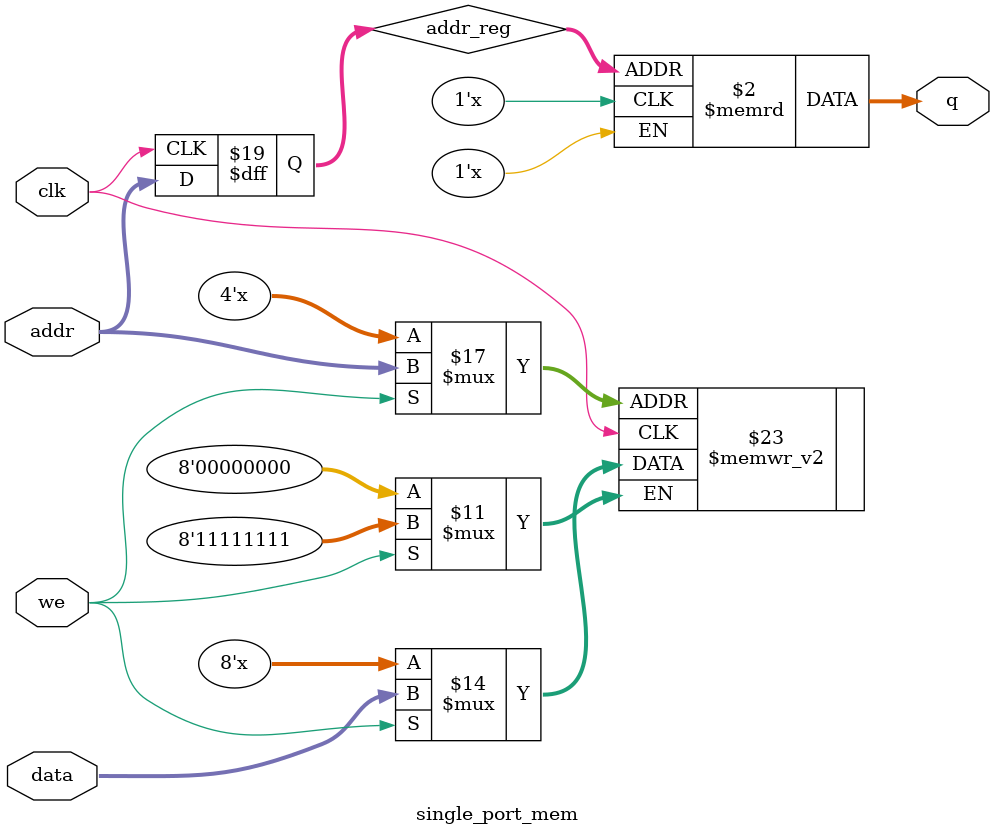
<source format=v>

module single_port_mem(
	input [7:0]data,
	input [3:0]addr,
	input we, clk,
	output [7:0]q
);

	reg [7:0] ram[15:0];
	reg [3:0] addr_reg;
	
	assign q = ram[addr_reg];
	
	always @(posedge clk)
	begin
		if(we)
		begin
			ram[addr] <= data;
		end
		addr_reg <= addr;
	end
	
endmodule





/*
module single_port_memtest;

	reg [7:0]data;
	reg [3:0]addr;
	reg we, clk;
	wire [7:0]q;

	single_port_mem DUT(
		.data(data),
		.addr(addr),
		.we(we),
		.clk(clk),
		.q(q)
	);
	
	
	initial 
	begin
		we = 0;
		clk = 0;
		data = 8'b10001101;
		addr = 4'b0000;
	end

	always #5 begin clk = ~clk; end
	
	always #10 begin data = data + 1; addr++; end
	always #80 begin we = ~we; end
	

endmodule*/
</source>
